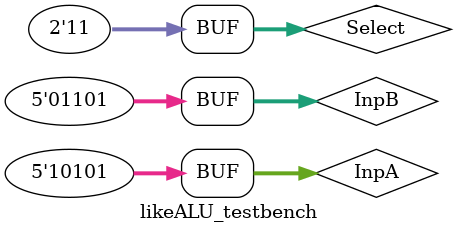
<source format=v>
`define DELAY 20
module likeALU_testbench();

reg [4:0] InpA,InpB;
reg [1:0] Select;  
wire [4:0] out;

likeALU test(out,InpA,InpB,Select);

initial begin
InpA = 5'b00010; InpB = 5'b11100; Select = 2'b00;
#`DELAY;
InpA = 5'b10001; InpB = 5'b01101; Select = 2'b01;
#`DELAY;
InpA = 5'b01000; InpB = 5'b11100; Select = 2'b10;
#`DELAY;
InpA = 5'b00100; InpB = 5'b11100; Select = 2'b11;
#`DELAY;
InpA = 5'b10101; InpB = 5'b01101; Select = 2'b00;
#`DELAY;
InpA = 5'b10101; InpB = 5'b01101; Select = 2'b01;
#`DELAY;
InpA = 5'b10101; InpB = 5'b01101; Select = 2'b10;
#`DELAY;
InpA = 5'b10101; InpB = 5'b01101; Select = 2'b11;

end
 
 
initial
begin
$monitor("time = %2d, InA =%5b, InB=%5b, select=%2b, out=%5b", $time, InpA, InpB, Select, out);
end



endmodule
</source>
